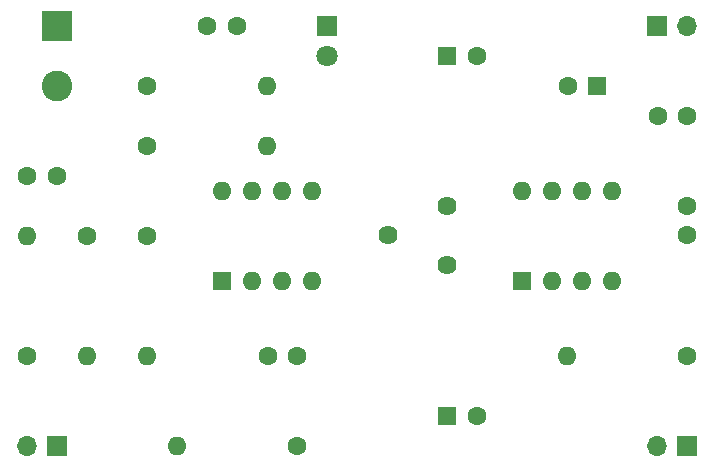
<source format=gbr>
%TF.GenerationSoftware,KiCad,Pcbnew,(6.0.1-0)*%
%TF.CreationDate,2022-04-28T13:37:41+09:00*%
%TF.ProjectId, first_try,20666972-7374-45f7-9472-792e6b696361,rev?*%
%TF.SameCoordinates,Original*%
%TF.FileFunction,Soldermask,Bot*%
%TF.FilePolarity,Negative*%
%FSLAX46Y46*%
G04 Gerber Fmt 4.6, Leading zero omitted, Abs format (unit mm)*
G04 Created by KiCad (PCBNEW (6.0.1-0)) date 2022-04-28 13:37:41*
%MOMM*%
%LPD*%
G01*
G04 APERTURE LIST*
%ADD10C,1.620000*%
%ADD11R,2.600000X2.600000*%
%ADD12C,2.600000*%
%ADD13R,1.700000X1.700000*%
%ADD14O,1.700000X1.700000*%
%ADD15R,1.600000X1.600000*%
%ADD16O,1.600000X1.600000*%
%ADD17C,1.600000*%
%ADD18R,1.800000X1.800000*%
%ADD19C,1.800000*%
G04 APERTURE END LIST*
D10*
%TO.C,RV1*%
X144780000Y-83820000D03*
X139780000Y-86320000D03*
X144780000Y-88820000D03*
%TD*%
D11*
%TO.C,J4*%
X111760000Y-68580000D03*
D12*
X111760000Y-73660000D03*
%TD*%
D13*
%TO.C,J1*%
X111760000Y-104140000D03*
D14*
X109220000Y-104140000D03*
%TD*%
D15*
%TO.C,U2*%
X151140000Y-90160000D03*
D16*
X153680000Y-90160000D03*
X156220000Y-90160000D03*
X158760000Y-90160000D03*
X158760000Y-82540000D03*
X156220000Y-82540000D03*
X153680000Y-82540000D03*
X151140000Y-82540000D03*
%TD*%
D15*
%TO.C,U1*%
X125740000Y-90160000D03*
D16*
X128280000Y-90160000D03*
X130820000Y-90160000D03*
X133360000Y-90160000D03*
X133360000Y-82540000D03*
X130820000Y-82540000D03*
X128280000Y-82540000D03*
X125740000Y-82540000D03*
%TD*%
D17*
%TO.C,R6*%
X165100000Y-96520000D03*
D16*
X154940000Y-96520000D03*
%TD*%
D17*
%TO.C,R5*%
X132080000Y-104140000D03*
D16*
X121920000Y-104140000D03*
%TD*%
D17*
%TO.C,R4*%
X119380000Y-78740000D03*
D16*
X129540000Y-78740000D03*
%TD*%
D17*
%TO.C,R3*%
X119380000Y-86360000D03*
D16*
X119380000Y-96520000D03*
%TD*%
D17*
%TO.C,R2*%
X114300000Y-86360000D03*
D16*
X114300000Y-96520000D03*
%TD*%
D17*
%TO.C,R1*%
X109220000Y-96520000D03*
D16*
X109220000Y-86360000D03*
%TD*%
D17*
%TO.C,R0*%
X119380000Y-73660000D03*
D16*
X129540000Y-73660000D03*
%TD*%
D13*
%TO.C,J3*%
X165100000Y-104140000D03*
D14*
X162560000Y-104140000D03*
%TD*%
D13*
%TO.C,J2*%
X162560000Y-68580000D03*
D14*
X165100000Y-68580000D03*
%TD*%
D18*
%TO.C,D1*%
X134620000Y-68580000D03*
D19*
X134620000Y-71120000D03*
%TD*%
D15*
%TO.C,C8*%
X144780000Y-101600000D03*
D17*
X147280000Y-101600000D03*
%TD*%
%TO.C,C7*%
X165100000Y-83820000D03*
X165100000Y-86320000D03*
%TD*%
D15*
%TO.C,C6*%
X157480000Y-73660000D03*
D17*
X154980000Y-73660000D03*
%TD*%
%TO.C,C5*%
X162600000Y-76200000D03*
X165100000Y-76200000D03*
%TD*%
D15*
%TO.C,C4*%
X144780000Y-71120000D03*
D17*
X147280000Y-71120000D03*
%TD*%
%TO.C,C3*%
X124460000Y-68580000D03*
X126960000Y-68580000D03*
%TD*%
%TO.C,C2*%
X132080000Y-96520000D03*
X129580000Y-96520000D03*
%TD*%
%TO.C,C1*%
X109220000Y-81280000D03*
X111720000Y-81280000D03*
%TD*%
M02*

</source>
